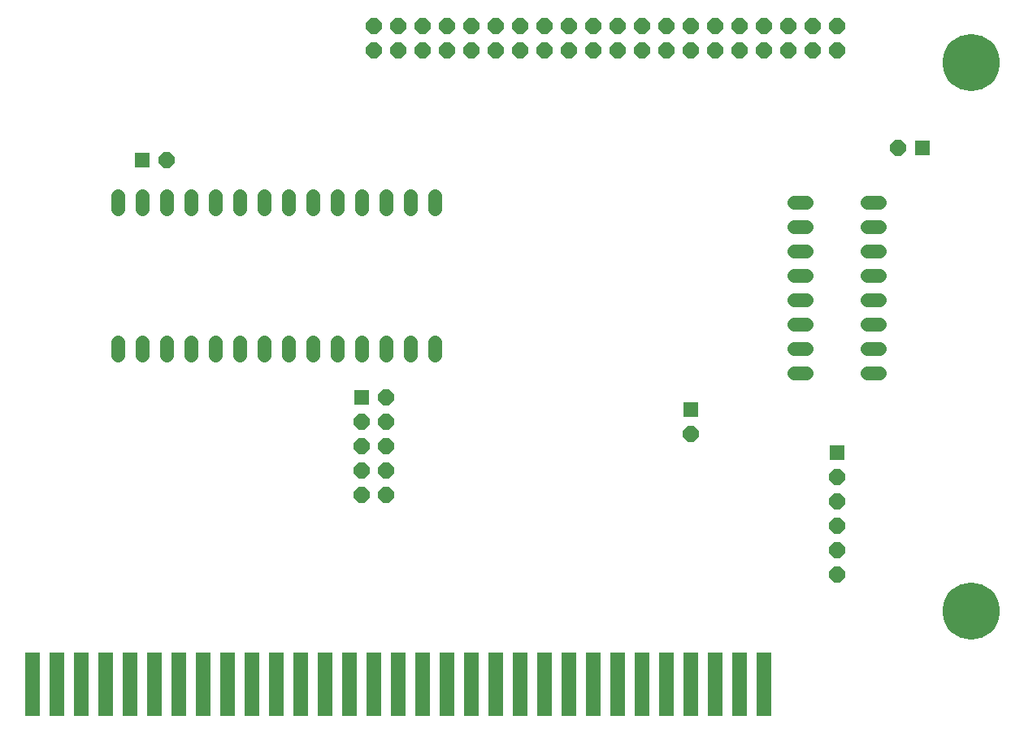
<source format=gbr>
G04 EAGLE Gerber RS-274X export*
G75*
%MOMM*%
%FSLAX34Y34*%
%LPD*%
%INSoldermask Bottom*%
%IPPOS*%
%AMOC8*
5,1,8,0,0,1.08239X$1,22.5*%
G01*
%ADD10R,1.625600X6.578600*%
%ADD11C,1.422400*%
%ADD12P,1.759533X8X22.500000*%
%ADD13R,1.625600X1.625600*%
%ADD14P,1.759533X8X292.500000*%
%ADD15C,5.943600*%
%ADD16P,1.759533X8X202.500000*%


D10*
X787400Y50800D03*
X762000Y50800D03*
X736600Y50800D03*
X711200Y50800D03*
X685800Y50800D03*
X660400Y50800D03*
X635000Y50800D03*
X609600Y50800D03*
X584200Y50800D03*
X558800Y50800D03*
X533400Y50800D03*
X508000Y50800D03*
X482600Y50800D03*
X457200Y50800D03*
X431800Y50800D03*
X406400Y50800D03*
X381000Y50800D03*
X355600Y50800D03*
X330200Y50800D03*
X304800Y50800D03*
X279400Y50800D03*
X254000Y50800D03*
X228600Y50800D03*
X203200Y50800D03*
X177800Y50800D03*
X152400Y50800D03*
X127000Y50800D03*
X101600Y50800D03*
X76200Y50800D03*
X50800Y50800D03*
X25400Y50800D03*
D11*
X114300Y393446D02*
X114300Y406654D01*
X139700Y406654D02*
X139700Y393446D01*
X165100Y393446D02*
X165100Y406654D01*
X190500Y406654D02*
X190500Y393446D01*
X215900Y393446D02*
X215900Y406654D01*
X241300Y406654D02*
X241300Y393446D01*
X266700Y393446D02*
X266700Y406654D01*
X292100Y406654D02*
X292100Y393446D01*
X317500Y393446D02*
X317500Y406654D01*
X342900Y406654D02*
X342900Y393446D01*
X368300Y393446D02*
X368300Y406654D01*
X393700Y406654D02*
X393700Y393446D01*
X419100Y393446D02*
X419100Y406654D01*
X444500Y406654D02*
X444500Y393446D01*
X444500Y545846D02*
X444500Y559054D01*
X419100Y559054D02*
X419100Y545846D01*
X393700Y545846D02*
X393700Y559054D01*
X368300Y559054D02*
X368300Y545846D01*
X342900Y545846D02*
X342900Y559054D01*
X317500Y559054D02*
X317500Y545846D01*
X292100Y545846D02*
X292100Y559054D01*
X266700Y559054D02*
X266700Y545846D01*
X241300Y545846D02*
X241300Y559054D01*
X215900Y559054D02*
X215900Y545846D01*
X190500Y545846D02*
X190500Y559054D01*
X165100Y559054D02*
X165100Y545846D01*
X139700Y545846D02*
X139700Y559054D01*
X114300Y559054D02*
X114300Y545846D01*
D12*
X381000Y711200D03*
X406400Y711200D03*
X431800Y711200D03*
X457200Y711200D03*
X482600Y711200D03*
X508000Y711200D03*
X381000Y736600D03*
X406400Y736600D03*
X431800Y736600D03*
X457200Y736600D03*
X482600Y736600D03*
X508000Y736600D03*
X533400Y711200D03*
X533400Y736600D03*
X558800Y711200D03*
X584200Y711200D03*
X609600Y711200D03*
X635000Y711200D03*
X660400Y711200D03*
X685800Y711200D03*
X558800Y736600D03*
X584200Y736600D03*
X609600Y736600D03*
X635000Y736600D03*
X660400Y736600D03*
X685800Y736600D03*
X711200Y711200D03*
X711200Y736600D03*
X736600Y711200D03*
X762000Y711200D03*
X787400Y711200D03*
X812800Y711200D03*
X838200Y711200D03*
X863600Y711200D03*
X736600Y736600D03*
X762000Y736600D03*
X787400Y736600D03*
X812800Y736600D03*
X838200Y736600D03*
X863600Y736600D03*
D11*
X832104Y552450D02*
X818896Y552450D01*
X818896Y527050D02*
X832104Y527050D01*
X832104Y400050D02*
X818896Y400050D01*
X818896Y374650D02*
X832104Y374650D01*
X832104Y501650D02*
X818896Y501650D01*
X818896Y476250D02*
X832104Y476250D01*
X832104Y425450D02*
X818896Y425450D01*
X818896Y450850D02*
X832104Y450850D01*
X895096Y374650D02*
X908304Y374650D01*
X908304Y400050D02*
X895096Y400050D01*
X895096Y425450D02*
X908304Y425450D01*
X908304Y450850D02*
X895096Y450850D01*
X895096Y476250D02*
X908304Y476250D01*
X908304Y501650D02*
X895096Y501650D01*
X895096Y527050D02*
X908304Y527050D01*
X908304Y552450D02*
X895096Y552450D01*
D13*
X711200Y336550D03*
D14*
X711200Y311150D03*
D13*
X139700Y596900D03*
D12*
X165100Y596900D03*
D13*
X368300Y349250D03*
D14*
X393700Y349250D03*
X368300Y323850D03*
X393700Y323850D03*
X368300Y298450D03*
X393700Y298450D03*
X368300Y273050D03*
X393700Y273050D03*
X368300Y247650D03*
X393700Y247650D03*
D13*
X863600Y292100D03*
D14*
X863600Y266700D03*
X863600Y241300D03*
X863600Y215900D03*
X863600Y190500D03*
X863600Y165100D03*
D15*
X1003300Y127000D03*
X1003300Y698500D03*
D13*
X952500Y609600D03*
D16*
X927100Y609600D03*
M02*

</source>
